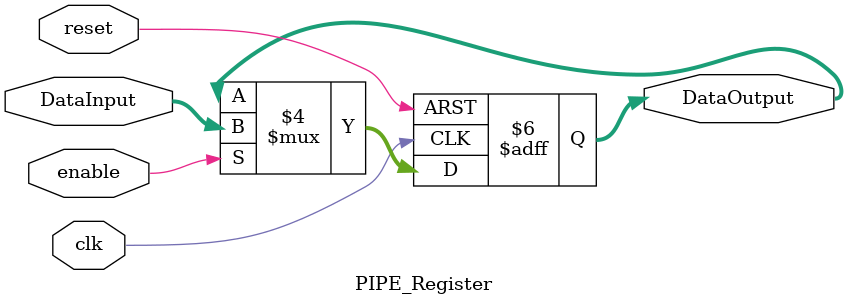
<source format=v>


module PIPE_Register
#(
	parameter N=32
)
(
	input clk,
	input reset,
	input enable,
	input  [N-1:0] DataInput,
	output reg [N-1:0] DataOutput
);

always@(negedge reset or posedge clk) begin
	if(reset==0)
		DataOutput <= 0;
	else	
		if(enable==1)
			DataOutput<=DataInput;
end

endmodule
</source>
